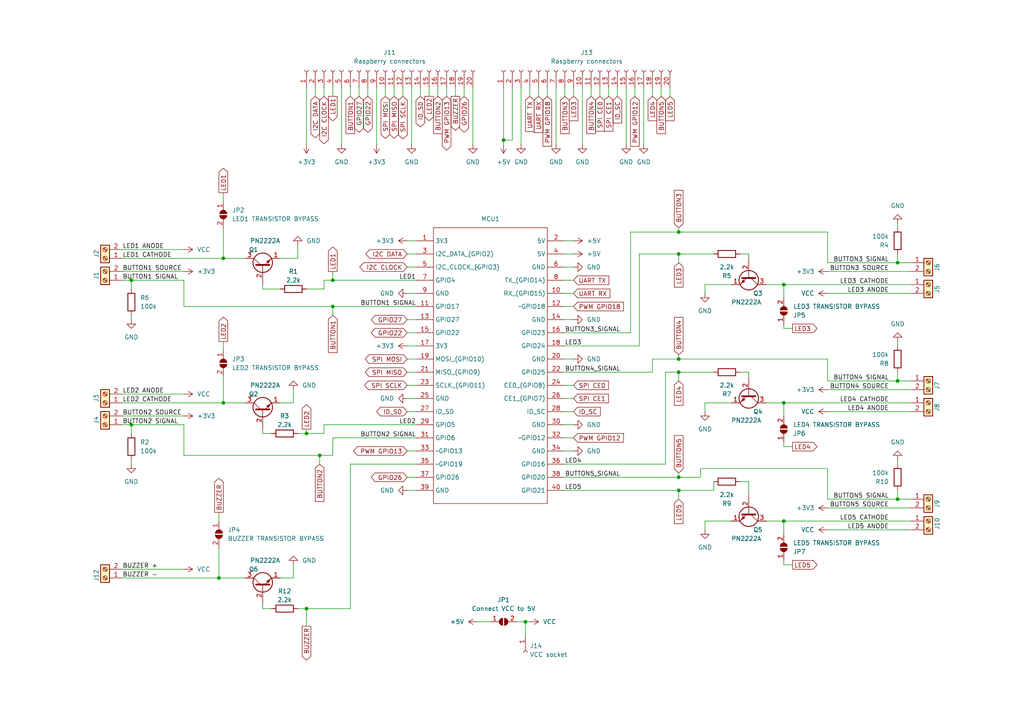
<source format=kicad_sch>
(kicad_sch (version 20230121) (generator eeschema)
  (paper "A4")
  (title_block (title "Game table") (rev "V0.1") (company "Piri piri b.v."))
  (lib_symbols
    (symbol "Connector:Conn_01x01_Socket" (pin_names (offset 1.016) hide)
      (property "Reference" "J" (at 0 2.54 0))
      (property "Value" "Conn_01x01_Socket" (at 0 -2.54 0))
      (symbol "Conn_01x01_Socket_1_1"
        (polyline (pts (xy -1.27 0) (xy -0.508 0)) (stroke (width 0.1524)))
        (arc (start 0 0.508) (mid -0.5058 0) (end 0 -0.508) (stroke (width 0.1524)))
        (pin passive line (at -5.08 0 0) (length 3.81) (name "Pin_1") (number "1"))
      )
    )
    (symbol "Connector:Conn_01x20_Socket" (pin_names (offset 1.016) hide)
      (property "Reference" "J" (at 0 25.4 0))
      (property "Value" "Conn_01x20_Socket" (at 0 -27.94 0))
      (symbol "Conn_01x20_Socket_1_1"
        (arc (start 0 -24.892) (mid -0.5058 -25.4) (end 0 -25.908) (stroke (width 0.1524)))
        (arc (start 0 -22.352) (mid -0.5058 -22.86) (end 0 -23.368) (stroke (width 0.1524)))
        (arc (start 0 -19.812) (mid -0.5058 -20.32) (end 0 -20.828) (stroke (width 0.1524)))
        (arc (start 0 -17.272) (mid -0.5058 -17.78) (end 0 -18.288) (stroke (width 0.1524)))
        (arc (start 0 -14.732) (mid -0.5058 -15.24) (end 0 -15.748) (stroke (width 0.1524)))
        (arc (start 0 -12.192) (mid -0.5058 -12.7) (end 0 -13.208) (stroke (width 0.1524)))
        (arc (start 0 -9.652) (mid -0.5058 -10.16) (end 0 -10.668) (stroke (width 0.1524)))
        (arc (start 0 -7.112) (mid -0.5058 -7.62) (end 0 -8.128) (stroke (width 0.1524)))
        (arc (start 0 -4.572) (mid -0.5058 -5.08) (end 0 -5.588) (stroke (width 0.1524)))
        (arc (start 0 -2.032) (mid -0.5058 -2.54) (end 0 -3.048) (stroke (width 0.1524)))
        (polyline (pts (xy -1.27 -25.4) (xy -0.508 -25.4)) (stroke (width 0.1524)))
        (polyline (pts (xy -1.27 -22.86) (xy -0.508 -22.86)) (stroke (width 0.1524)))
        (polyline (pts (xy -1.27 -20.32) (xy -0.508 -20.32)) (stroke (width 0.1524)))
        (polyline (pts (xy -1.27 -17.78) (xy -0.508 -17.78)) (stroke (width 0.1524)))
        (polyline (pts (xy -1.27 -15.24) (xy -0.508 -15.24)) (stroke (width 0.1524)))
        (polyline (pts (xy -1.27 -12.7) (xy -0.508 -12.7)) (stroke (width 0.1524)))
        (polyline (pts (xy -1.27 -10.16) (xy -0.508 -10.16)) (stroke (width 0.1524)))
        (polyline (pts (xy -1.27 -7.62) (xy -0.508 -7.62)) (stroke (width 0.1524)))
        (polyline (pts (xy -1.27 -5.08) (xy -0.508 -5.08)) (stroke (width 0.1524)))
        (polyline (pts (xy -1.27 -2.54) (xy -0.508 -2.54)) (stroke (width 0.1524)))
        (polyline (pts (xy -1.27 0) (xy -0.508 0)) (stroke (width 0.1524)))
        (polyline (pts (xy -1.27 2.54) (xy -0.508 2.54)) (stroke (width 0.1524)))
        (polyline (pts (xy -1.27 5.08) (xy -0.508 5.08)) (stroke (width 0.1524)))
        (polyline (pts (xy -1.27 7.62) (xy -0.508 7.62)) (stroke (width 0.1524)))
        (polyline (pts (xy -1.27 10.16) (xy -0.508 10.16)) (stroke (width 0.1524)))
        (polyline (pts (xy -1.27 12.7) (xy -0.508 12.7)) (stroke (width 0.1524)))
        (polyline (pts (xy -1.27 15.24) (xy -0.508 15.24)) (stroke (width 0.1524)))
        (polyline (pts (xy -1.27 17.78) (xy -0.508 17.78)) (stroke (width 0.1524)))
        (polyline (pts (xy -1.27 20.32) (xy -0.508 20.32)) (stroke (width 0.1524)))
        (polyline (pts (xy -1.27 22.86) (xy -0.508 22.86)) (stroke (width 0.1524)))
        (arc (start 0 0.508) (mid -0.5058 0) (end 0 -0.508) (stroke (width 0.1524)))
        (arc (start 0 3.048) (mid -0.5058 2.54) (end 0 2.032) (stroke (width 0.1524)))
        (arc (start 0 5.588) (mid -0.5058 5.08) (end 0 4.572) (stroke (width 0.1524)))
        (arc (start 0 8.128) (mid -0.5058 7.62) (end 0 7.112) (stroke (width 0.1524)))
        (arc (start 0 10.668) (mid -0.5058 10.16) (end 0 9.652) (stroke (width 0.1524)))
        (arc (start 0 13.208) (mid -0.5058 12.7) (end 0 12.192) (stroke (width 0.1524)))
        (arc (start 0 15.748) (mid -0.5058 15.24) (end 0 14.732) (stroke (width 0.1524)))
        (arc (start 0 18.288) (mid -0.5058 17.78) (end 0 17.272) (stroke (width 0.1524)))
        (arc (start 0 20.828) (mid -0.5058 20.32) (end 0 19.812) (stroke (width 0.1524)))
        (arc (start 0 23.368) (mid -0.5058 22.86) (end 0 22.352) (stroke (width 0.1524)))
        (pin passive line (at -5.08 22.86 0) (length 3.81) (name "Pin_1") (number "1"))
        (pin passive line (at -5.08 0 0) (length 3.81) (name "Pin_10") (number "10"))
        (pin passive line (at -5.08 -2.54 0) (length 3.81) (name "Pin_11") (number "11"))
        (pin passive line (at -5.08 -5.08 0) (length 3.81) (name "Pin_12") (number "12"))
        (pin passive line (at -5.08 -7.62 0) (length 3.81) (name "Pin_13") (number "13"))
        (pin passive line (at -5.08 -10.16 0) (length 3.81) (name "Pin_14") (number "14"))
        (pin passive line (at -5.08 -12.7 0) (length 3.81) (name "Pin_15") (number "15"))
        (pin passive line (at -5.08 -15.24 0) (length 3.81) (name "Pin_16") (number "16"))
        (pin passive line (at -5.08 -17.78 0) (length 3.81) (name "Pin_17") (number "17"))
        (pin passive line (at -5.08 -20.32 0) (length 3.81) (name "Pin_18") (number "18"))
        (pin passive line (at -5.08 -22.86 0) (length 3.81) (name "Pin_19") (number "19"))
        (pin passive line (at -5.08 20.32 0) (length 3.81) (name "Pin_2") (number "2"))
        (pin passive line (at -5.08 -25.4 0) (length 3.81) (name "Pin_20") (number "20"))
        (pin passive line (at -5.08 17.78 0) (length 3.81) (name "Pin_3") (number "3"))
        (pin passive line (at -5.08 15.24 0) (length 3.81) (name "Pin_4") (number "4"))
        (pin passive line (at -5.08 12.7 0) (length 3.81) (name "Pin_5") (number "5"))
        (pin passive line (at -5.08 10.16 0) (length 3.81) (name "Pin_6") (number "6"))
        (pin passive line (at -5.08 7.62 0) (length 3.81) (name "Pin_7") (number "7"))
        (pin passive line (at -5.08 5.08 0) (length 3.81) (name "Pin_8") (number "8"))
        (pin passive line (at -5.08 2.54 0) (length 3.81) (name "Pin_9") (number "9"))
      )
    )
    (symbol "Connector:Screw_Terminal_01x02" (pin_names (offset 1.016) hide)
      (property "Reference" "J" (at 0 2.54 0))
      (property "Value" "Screw_Terminal_01x02" (at 0 -5.08 0))
      (symbol "Screw_Terminal_01x02_1_1"
        (rectangle (start -1.27 1.27) (end 1.27 -3.81) (stroke (width 0.254)) (fill (type background)))
        (circle (center 0 -2.54) (radius 0.635) (stroke (width 0.1524)))
        (polyline (pts (xy -0.5334 -2.2098) (xy 0.3302 -3.048)) (stroke (width 0.1524)))
        (polyline (pts (xy -0.5334 0.3302) (xy 0.3302 -0.508)) (stroke (width 0.1524)))
        (polyline (pts (xy -0.3556 -2.032) (xy 0.508 -2.8702)) (stroke (width 0.1524)))
        (polyline (pts (xy -0.3556 0.508) (xy 0.508 -0.3302)) (stroke (width 0.1524)))
        (circle (center 0 0) (radius 0.635) (stroke (width 0.1524)))
        (pin passive line (at -5.08 0 0) (length 3.81) (name "Pin_1") (number "1"))
        (pin passive line (at -5.08 -2.54 0) (length 3.81) (name "Pin_2") (number "2"))
      )
    )
    (symbol "Device:R" (pin_numbers hide) (pin_names (offset 0))
      (property "Reference" "R" (at 2.032 0 90))
      (property "Value" "R" (at 0 0 90))
      (symbol "R_0_1"
        (rectangle (start -1.016 -2.54) (end 1.016 2.54) (stroke (width 0.254)))
      )
      (symbol "R_1_1"
        (pin passive line (at 0 3.81 270) (length 1.27) (name "~") (number "1"))
        (pin passive line (at 0 -3.81 90) (length 1.27) (name "~") (number "2"))
      )
    )
    (symbol "Jumper:SolderJumper_2_Open" (pin_names (offset 0) hide)
      (property "Reference" "JP" (at 0 2.032 0))
      (property "Value" "SolderJumper_2_Open" (at 0 -2.54 0))
      (symbol "SolderJumper_2_Open_0_1"
        (arc (start -0.254 1.016) (mid -1.2656 0) (end -0.254 -1.016))
        (arc (start -0.254 1.016) (mid -1.2656 0) (end -0.254 -1.016) (fill (type outline)))
        (polyline (pts (xy -0.254 1.016) (xy -0.254 -1.016)))
        (polyline (pts (xy 0.254 1.016) (xy 0.254 -1.016)))
        (arc (start 0.254 -1.016) (mid 1.2656 0) (end 0.254 1.016))
        (arc (start 0.254 -1.016) (mid 1.2656 0) (end 0.254 1.016) (fill (type outline)))
      )
      (symbol "SolderJumper_2_Open_1_1"
        (pin passive line (at -3.81 0 0) (length 2.54) (name "A") (number "1"))
        (pin passive line (at 3.81 0 180) (length 2.54) (name "B") (number "2"))
      )
    )
    (symbol "Transistor_BJT:PN2222A" (pin_names (offset 0) hide)
      (property "Reference" "Q" (at 5.08 1.905 0))
      (property "Value" "PN2222A" (at 5.08 0 0))
      (symbol "PN2222A_0_1"
        (polyline (pts (xy 0 0) (xy 0.635 0)))
        (polyline (pts (xy 2.54 -2.54) (xy 0.635 -0.635)))
        (polyline (pts (xy 2.54 2.54) (xy 0.635 0.635)))
        (polyline (pts (xy 0.635 1.905) (xy 0.635 -1.905) (xy 0.635 -1.905)) (stroke (width 0.508)))
        (polyline (pts (xy 2.413 -2.413) (xy 1.905 -1.905) (xy 1.905 -1.905)))
        (polyline (pts (xy 1.143 -1.651) (xy 1.651 -1.143) (xy 2.159 -2.159) (xy 1.143 -1.651) (xy 1.143 -1.651)) (fill (type outline)))
        (circle (center 1.27 0) (radius 2.8194) (stroke (width 0.254)))
      )
      (symbol "PN2222A_1_1"
        (pin passive line (at 2.54 -5.08 90) (length 2.54) (name "E") (number "1"))
        (pin input line (at -5.08 0 0) (length 5.08) (name "B") (number "2"))
        (pin passive line (at 2.54 5.08 270) (length 2.54) (name "C") (number "3"))
      )
    )
    (symbol "biertafel:Raspberry_PI_Zero_W"
      (property "Reference" "MCU" (at 0 0 0))
      (symbol "Raspberry_PI_Zero_W_0_1"
        (rectangle (start -16.51 35.56) (end 16.51 -44.45))
      )
      (symbol "Raspberry_PI_Zero_W_1_1"
        (pin power_out line (at -21.59 31.75 0) (length 5.08) (name "3V3") (number "1"))
        (pin bidirectional line (at 21.59 16.51 180) (length 5.08) (name "RX_(GPIO15)") (number "10"))
        (pin bidirectional line (at -21.59 12.7 0) (length 5.08) (name "GPIO17") (number "11"))
        (pin bidirectional line (at 21.59 12.7 180) (length 5.08) (name "~GPIO18") (number "12"))
        (pin bidirectional line (at -21.59 8.89 0) (length 5.08) (name "GPIO27") (number "13"))
        (pin power_out line (at 21.59 8.89 180) (length 5.08) (name "GND") (number "14"))
        (pin bidirectional line (at -21.59 5.08 0) (length 5.08) (name "GPIO22") (number "15"))
        (pin bidirectional line (at 21.59 5.08 180) (length 5.08) (name "GPIO23") (number "16"))
        (pin power_out line (at -21.59 1.27 0) (length 5.08) (name "3V3") (number "17"))
        (pin bidirectional line (at 21.59 1.27 180) (length 5.08) (name "GPIO24") (number "18"))
        (pin bidirectional line (at -21.59 -2.54 0) (length 5.08) (name "MOSI_(GPIO10)") (number "19"))
        (pin power_out line (at 21.59 31.75 180) (length 5.08) (name "5V") (number "2"))
        (pin power_out line (at 21.59 -2.54 180) (length 5.08) (name "GND") (number "20"))
        (pin bidirectional line (at -21.59 -6.35 0) (length 5.08) (name "MISO_(GPIO9)") (number "21"))
        (pin bidirectional line (at 21.59 -6.35 180) (length 5.08) (name "GPIO25") (number "22"))
        (pin bidirectional line (at -21.59 -10.16 0) (length 5.08) (name "SCLK_(GPIO11)") (number "23"))
        (pin bidirectional line (at 21.59 -10.16 180) (length 5.08) (name "CE0_(GPIO8)") (number "24"))
        (pin power_out line (at -21.59 -13.97 0) (length 5.08) (name "GND") (number "25"))
        (pin bidirectional line (at 21.59 -13.97 180) (length 5.08) (name "CE1_(GPIO7)") (number "26"))
        (pin bidirectional line (at -21.59 -17.78 0) (length 5.08) (name "ID_SD") (number "27"))
        (pin bidirectional line (at 21.59 -17.78 180) (length 5.08) (name "ID_SC") (number "28"))
        (pin bidirectional line (at -21.59 -21.59 0) (length 5.08) (name "GPIO5") (number "29"))
        (pin bidirectional line (at -21.59 27.94 0) (length 5.08) (name "I2C_DATA_(GPIO2)") (number "3"))
        (pin power_out line (at 21.59 -21.59 180) (length 5.08) (name "GND") (number "30"))
        (pin bidirectional line (at -21.59 -25.4 0) (length 5.08) (name "GPIO6") (number "31"))
        (pin bidirectional line (at 21.59 -25.4 180) (length 5.08) (name "~GPIO12") (number "32"))
        (pin bidirectional line (at -21.59 -29.21 0) (length 5.08) (name "~GPIO13") (number "33"))
        (pin power_out line (at 21.59 -29.21 180) (length 5.08) (name "GND") (number "34"))
        (pin bidirectional line (at -21.59 -33.02 0) (length 5.08) (name "~GPIO19") (number "35"))
        (pin bidirectional line (at 21.59 -33.02 180) (length 5.08) (name "GPIO16") (number "36"))
        (pin bidirectional line (at -21.59 -36.83 0) (length 5.08) (name "GPIO26") (number "37"))
        (pin bidirectional line (at 21.59 -36.83 180) (length 5.08) (name "GPIO20") (number "38"))
        (pin power_out line (at -21.59 -40.64 0) (length 5.08) (name "GND") (number "39"))
        (pin power_out line (at 21.59 27.94 180) (length 5.08) (name "5V") (number "4"))
        (pin bidirectional line (at 21.59 -40.64 180) (length 5.08) (name "GPIO21") (number "40"))
        (pin bidirectional line (at -21.59 24.13 0) (length 5.08) (name "I2C_CLOCK_(GPIO3)") (number "5"))
        (pin power_out line (at 21.59 24.13 180) (length 5.08) (name "GND") (number "6"))
        (pin bidirectional line (at -21.59 20.32 0) (length 5.08) (name "GPIO4") (number "7"))
        (pin bidirectional line (at 21.59 20.32 180) (length 5.08) (name "TX_(GPIO14)") (number "8"))
        (pin power_out line (at -21.59 16.51 0) (length 5.08) (name "GND") (number "9"))
      )
    )
    (symbol "power:+3V3" (power) (pin_names (offset 0))
      (property "Value" "+3V3" (at 0 3.556 0))
      (symbol "+3V3_0_1"
        (polyline (pts (xy -0.762 1.27) (xy 0 2.54)))
        (polyline (pts (xy 0 0) (xy 0 2.54)))
        (polyline (pts (xy 0 2.54) (xy 0.762 1.27)))
      )
      (symbol "+3V3_1_1"
        (pin power_in line (at 0 0 90) (length 0) hide (name "+3V3") (number "1"))
      )
    )
    (symbol "power:+5V" (power) (pin_names (offset 0))
      (property "Value" "+5V" (at 0 3.556 0))
      (symbol "+5V_0_1"
        (polyline (pts (xy -0.762 1.27) (xy 0 2.54)))
        (polyline (pts (xy 0 0) (xy 0 2.54)))
        (polyline (pts (xy 0 2.54) (xy 0.762 1.27)))
      )
      (symbol "+5V_1_1"
        (pin power_in line (at 0 0 90) (length 0) hide (name "+5V") (number "1"))
      )
    )
    (symbol "power:GND" (power) (pin_names (offset 0))
      (property "Value" "GND" (at 0 -3.81 0))
      (symbol "GND_0_1"
        (polyline (pts (xy 0 0) (xy 0 -1.27) (xy 1.27 -1.27) (xy 0 -2.54) (xy -1.27 -1.27) (xy 0 -1.27)))
      )
      (symbol "GND_1_1"
        (pin power_in line (at 0 0 270) (length 0) hide (name "GND") (number "1"))
      )
    )
    (symbol "power:VCC" (power) (pin_names (offset 0))
      (property "Value" "VCC" (at 0 3.81 0))
      (symbol "VCC_0_1"
        (polyline (pts (xy -0.762 1.27) (xy 0 2.54)))
        (polyline (pts (xy 0 0) (xy 0 2.54)))
        (polyline (pts (xy 0 2.54) (xy 0.762 1.27)))
      )
      (symbol "VCC_1_1"
        (pin power_in line (at 0 0 90) (length 0) hide (name "VCC") (number "1"))
      )
    )
  )
  (junction (at 38.1 123.19))
  (junction (at 96.52 88.9))
  (junction (at 227.33 116.84))
  (junction (at 38.1 81.28))
  (junction (at 227.33 151.13))
  (junction (at 196.85 138.43))
  (junction (at 196.85 73.66))
  (junction (at 88.9 125.73))
  (junction (at 64.77 74.93))
  (junction (at 196.85 107.95))
  (junction (at 260.35 110.49))
  (junction (at 146.05 40.64))
  (junction (at 260.35 76.2))
  (junction (at 227.33 82.55))
  (junction (at 64.77 116.84))
  (junction (at 196.85 67.31))
  (junction (at 196.85 104.14))
  (junction (at 260.35 144.78))
  (junction (at 152.4 180.34))
  (junction (at 92.71 132.08))
  (junction (at 88.9 176.53))
  (junction (at 196.85 142.24))
  (junction (at 63.5 167.64))
  (junction (at 96.52 81.28))
  (wire (pts (xy 184.15 25.4) (xy 184.15 27.94)))
  (wire (pts (xy 260.35 110.49) (xy 260.35 107.95)))
  (wire (pts (xy 227.33 95.25) (xy 229.87 95.25)))
  (wire (pts (xy 204.47 151.13) (xy 204.47 153.67)))
  (wire (pts (xy 64.77 116.84) (xy 71.12 116.84)))
  (wire (pts (xy 240.03 110.49) (xy 260.35 110.49)))
  (wire (pts (xy 196.85 142.24) (xy 196.85 144.78)))
  (wire (pts (xy 76.2 125.73) (xy 78.74 125.73)))
  (wire (pts (xy 148.59 25.4) (xy 148.59 40.64)))
  (wire (pts (xy 179.07 25.4) (xy 179.07 27.94)))
  (wire (pts (xy 185.42 73.66) (xy 196.85 73.66)))
  (wire (pts (xy 196.85 107.95) (xy 196.85 110.49)))
  (wire (pts (xy 260.35 134.62) (xy 260.35 133.35)))
  (wire (pts (xy 81.28 116.84) (xy 85.09 116.84)))
  (wire (pts (xy 35.56 81.28) (xy 38.1 81.28)))
  (wire (pts (xy 124.46 25.4) (xy 124.46 27.94)))
  (wire (pts (xy 119.38 25.4) (xy 119.38 41.91)))
  (wire (pts (xy 264.16 78.74) (xy 240.03 78.74)))
  (wire (pts (xy 260.35 66.04) (xy 260.35 64.77)))
  (wire (pts (xy 196.85 66.04) (xy 196.85 67.31)))
  (wire (pts (xy 217.17 139.7) (xy 217.17 143.51)))
  (wire (pts (xy 88.9 176.53) (xy 86.36 176.53)))
  (wire (pts (xy 63.5 158.75) (xy 63.5 167.64)))
  (wire (pts (xy 118.11 104.14) (xy 120.65 104.14)))
  (wire (pts (xy 163.83 142.24) (xy 196.85 142.24)))
  (wire (pts (xy 173.99 25.4) (xy 173.99 27.94)))
  (wire (pts (xy 260.35 100.33) (xy 260.35 99.06)))
  (wire (pts (xy 88.9 125.73) (xy 86.36 125.73)))
  (wire (pts (xy 121.92 25.4) (xy 121.92 27.94)))
  (wire (pts (xy 163.83 81.28) (xy 166.37 81.28)))
  (wire (pts (xy 181.61 25.4) (xy 181.61 41.91)))
  (wire (pts (xy 127 25.4) (xy 127 27.94)))
  (wire (pts (xy 196.85 73.66) (xy 196.85 76.2)))
  (wire (pts (xy 118.11 73.66) (xy 120.65 73.66)))
  (wire (pts (xy 227.33 116.84) (xy 264.16 116.84)))
  (wire (pts (xy 118.11 138.43) (xy 120.65 138.43)))
  (wire (pts (xy 222.25 151.13) (xy 227.33 151.13)))
  (wire (pts (xy 185.42 100.33) (xy 163.83 100.33)))
  (wire (pts (xy 35.56 167.64) (xy 63.5 167.64)))
  (wire (pts (xy 203.2 135.89) (xy 240.03 135.89)))
  (wire (pts (xy 163.83 130.81) (xy 166.37 130.81)))
  (wire (pts (xy 35.56 116.84) (xy 64.77 116.84)))
  (wire (pts (xy 217.17 73.66) (xy 214.63 73.66)))
  (wire (pts (xy 81.28 167.64) (xy 85.09 167.64)))
  (wire (pts (xy 227.33 95.25) (xy 227.33 93.98)))
  (wire (pts (xy 138.43 180.34) (xy 142.24 180.34)))
  (wire (pts (xy 53.34 81.28) (xy 53.34 88.9)))
  (wire (pts (xy 217.17 109.22) (xy 217.17 107.95)))
  (wire (pts (xy 64.77 109.22) (xy 64.77 116.84)))
  (wire (pts (xy 93.98 25.4) (xy 93.98 27.94)))
  (wire (pts (xy 96.52 78.74) (xy 96.52 81.28)))
  (wire (pts (xy 35.56 72.39) (xy 53.34 72.39)))
  (wire (pts (xy 156.21 25.4) (xy 156.21 27.94)))
  (wire (pts (xy 116.84 25.4) (xy 116.84 27.94)))
  (wire (pts (xy 189.23 25.4) (xy 189.23 27.94)))
  (wire (pts (xy 227.33 116.84) (xy 227.33 120.65)))
  (wire (pts (xy 163.83 123.19) (xy 166.37 123.19)))
  (wire (pts (xy 204.47 85.09) (xy 204.47 82.55)))
  (wire (pts (xy 118.11 77.47) (xy 120.65 77.47)))
  (wire (pts (xy 76.2 175.26) (xy 76.2 176.53)))
  (wire (pts (xy 152.4 180.34) (xy 153.67 180.34)))
  (wire (pts (xy 134.62 25.4) (xy 134.62 27.94)))
  (wire (pts (xy 163.83 25.4) (xy 163.83 27.94)))
  (wire (pts (xy 161.29 25.4) (xy 161.29 41.91)))
  (wire (pts (xy 227.33 82.55) (xy 264.16 82.55)))
  (wire (pts (xy 96.52 25.4) (xy 96.52 27.94)))
  (wire (pts (xy 85.09 167.64) (xy 85.09 163.83)))
  (wire (pts (xy 163.83 69.85) (xy 166.37 69.85)))
  (wire (pts (xy 227.33 163.83) (xy 229.87 163.83)))
  (wire (pts (xy 196.85 102.87) (xy 196.85 104.14)))
  (wire (pts (xy 53.34 88.9) (xy 96.52 88.9)))
  (wire (pts (xy 227.33 82.55) (xy 227.33 86.36)))
  (wire (pts (xy 204.47 116.84) (xy 212.09 116.84)))
  (wire (pts (xy 88.9 176.53) (xy 101.6 176.53)))
  (wire (pts (xy 38.1 123.19) (xy 53.34 123.19)))
  (wire (pts (xy 64.77 74.93) (xy 71.12 74.93)))
  (wire (pts (xy 152.4 180.34) (xy 152.4 184.15)))
  (wire (pts (xy 85.09 116.84) (xy 85.09 113.03)))
  (wire (pts (xy 35.56 165.1) (xy 53.34 165.1)))
  (wire (pts (xy 106.68 25.4) (xy 106.68 27.94)))
  (wire (pts (xy 196.85 138.43) (xy 203.2 138.43)))
  (wire (pts (xy 163.83 119.38) (xy 166.37 119.38)))
  (wire (pts (xy 168.91 25.4) (xy 168.91 41.91)))
  (wire (pts (xy 163.83 73.66) (xy 166.37 73.66)))
  (wire (pts (xy 35.56 120.65) (xy 53.34 120.65)))
  (wire (pts (xy 118.11 85.09) (xy 120.65 85.09)))
  (wire (pts (xy 76.2 124.46) (xy 76.2 125.73)))
  (wire (pts (xy 163.83 104.14) (xy 166.37 104.14)))
  (wire (pts (xy 166.37 25.4) (xy 166.37 27.94)))
  (wire (pts (xy 163.83 92.71) (xy 166.37 92.71)))
  (wire (pts (xy 240.03 144.78) (xy 260.35 144.78)))
  (wire (pts (xy 64.77 99.06) (xy 64.77 101.6)))
  (wire (pts (xy 146.05 41.91) (xy 146.05 40.64)))
  (wire (pts (xy 96.52 127) (xy 120.65 127)))
  (wire (pts (xy 38.1 133.35) (xy 38.1 134.62)))
  (wire (pts (xy 163.83 138.43) (xy 196.85 138.43)))
  (wire (pts (xy 81.28 83.82) (xy 76.2 83.82)))
  (wire (pts (xy 217.17 74.93) (xy 217.17 73.66)))
  (wire (pts (xy 191.77 25.4) (xy 191.77 27.94)))
  (wire (pts (xy 204.47 82.55) (xy 212.09 82.55)))
  (wire (pts (xy 88.9 124.46) (xy 88.9 125.73)))
  (wire (pts (xy 96.52 88.9) (xy 120.65 88.9)))
  (wire (pts (xy 204.47 119.38) (xy 204.47 116.84)))
  (wire (pts (xy 101.6 134.62) (xy 120.65 134.62)))
  (wire (pts (xy 96.52 127) (xy 96.52 132.08)))
  (wire (pts (xy 227.33 151.13) (xy 264.16 151.13)))
  (wire (pts (xy 99.06 25.4) (xy 99.06 41.91)))
  (wire (pts (xy 86.36 71.12) (xy 86.36 74.93)))
  (wire (pts (xy 38.1 91.44) (xy 38.1 92.71)))
  (wire (pts (xy 260.35 76.2) (xy 260.35 73.66)))
  (wire (pts (xy 182.88 96.52) (xy 163.83 96.52)))
  (wire (pts (xy 92.71 132.08) (xy 92.71 134.62)))
  (wire (pts (xy 171.45 25.4) (xy 171.45 27.94)))
  (wire (pts (xy 63.5 148.59) (xy 63.5 151.13)))
  (wire (pts (xy 118.11 130.81) (xy 120.65 130.81)))
  (wire (pts (xy 217.17 107.95) (xy 214.63 107.95)))
  (wire (pts (xy 91.44 25.4) (xy 91.44 27.94)))
  (wire (pts (xy 109.22 25.4) (xy 109.22 41.91)))
  (wire (pts (xy 203.2 138.43) (xy 203.2 135.89)))
  (wire (pts (xy 151.13 25.4) (xy 151.13 41.91)))
  (wire (pts (xy 88.9 176.53) (xy 88.9 181.61)))
  (wire (pts (xy 176.53 25.4) (xy 176.53 27.94)))
  (wire (pts (xy 93.98 83.82) (xy 93.98 81.28)))
  (wire (pts (xy 132.08 25.4) (xy 132.08 27.94)))
  (wire (pts (xy 114.3 25.4) (xy 114.3 27.94)))
  (wire (pts (xy 189.23 107.95) (xy 189.23 104.14)))
  (wire (pts (xy 146.05 40.64) (xy 148.59 40.64)))
  (wire (pts (xy 118.11 111.76) (xy 120.65 111.76)))
  (wire (pts (xy 182.88 67.31) (xy 182.88 96.52)))
  (wire (pts (xy 264.16 147.32) (xy 240.03 147.32)))
  (wire (pts (xy 118.11 107.95) (xy 120.65 107.95)))
  (wire (pts (xy 111.76 25.4) (xy 111.76 27.94)))
  (wire (pts (xy 185.42 73.66) (xy 185.42 100.33)))
  (wire (pts (xy 96.52 81.28) (xy 120.65 81.28)))
  (wire (pts (xy 207.01 142.24) (xy 207.01 139.7)))
  (wire (pts (xy 194.31 25.4) (xy 194.31 27.94)))
  (wire (pts (xy 129.54 25.4) (xy 129.54 27.94)))
  (wire (pts (xy 35.56 114.3) (xy 53.34 114.3)))
  (wire (pts (xy 118.11 115.57) (xy 120.65 115.57)))
  (wire (pts (xy 163.83 127) (xy 166.37 127)))
  (wire (pts (xy 163.83 115.57) (xy 166.37 115.57)))
  (wire (pts (xy 196.85 107.95) (xy 207.01 107.95)))
  (wire (pts (xy 240.03 76.2) (xy 260.35 76.2)))
  (wire (pts (xy 88.9 83.82) (xy 93.98 83.82)))
  (wire (pts (xy 88.9 25.4) (xy 88.9 41.91)))
  (wire (pts (xy 81.28 74.93) (xy 86.36 74.93)))
  (wire (pts (xy 76.2 176.53) (xy 78.74 176.53)))
  (wire (pts (xy 92.71 132.08) (xy 96.52 132.08)))
  (wire (pts (xy 101.6 134.62) (xy 101.6 176.53)))
  (wire (pts (xy 227.33 129.54) (xy 229.87 129.54)))
  (wire (pts (xy 217.17 139.7) (xy 214.63 139.7)))
  (wire (pts (xy 96.52 88.9) (xy 96.52 91.44)))
  (wire (pts (xy 149.86 180.34) (xy 152.4 180.34)))
  (wire (pts (xy 93.98 125.73) (xy 93.98 123.19)))
  (wire (pts (xy 118.11 69.85) (xy 120.65 69.85)))
  (wire (pts (xy 186.69 25.4) (xy 186.69 41.91)))
  (wire (pts (xy 163.83 134.62) (xy 193.04 134.62)))
  (wire (pts (xy 104.14 25.4) (xy 104.14 27.94)))
  (wire (pts (xy 163.83 107.95) (xy 189.23 107.95)))
  (wire (pts (xy 137.16 25.4) (xy 137.16 41.91)))
  (wire (pts (xy 227.33 151.13) (xy 227.33 154.94)))
  (wire (pts (xy 222.25 82.55) (xy 227.33 82.55)))
  (wire (pts (xy 118.11 96.52) (xy 120.65 96.52)))
  (wire (pts (xy 264.16 144.78) (xy 260.35 144.78)))
  (wire (pts (xy 264.16 113.03) (xy 240.03 113.03)))
  (wire (pts (xy 207.01 73.66) (xy 196.85 73.66)))
  (wire (pts (xy 260.35 144.78) (xy 260.35 142.24)))
  (wire (pts (xy 38.1 81.28) (xy 53.34 81.28)))
  (wire (pts (xy 93.98 81.28) (xy 96.52 81.28)))
  (wire (pts (xy 264.16 153.67) (xy 240.03 153.67)))
  (wire (pts (xy 101.6 25.4) (xy 101.6 27.94)))
  (wire (pts (xy 193.04 107.95) (xy 196.85 107.95)))
  (wire (pts (xy 193.04 107.95) (xy 193.04 134.62)))
  (wire (pts (xy 264.16 76.2) (xy 260.35 76.2)))
  (wire (pts (xy 93.98 123.19) (xy 120.65 123.19)))
  (wire (pts (xy 196.85 67.31) (xy 240.03 67.31)))
  (wire (pts (xy 240.03 104.14) (xy 240.03 110.49)))
  (wire (pts (xy 163.83 85.09) (xy 166.37 85.09)))
  (wire (pts (xy 35.56 74.93) (xy 64.77 74.93)))
  (wire (pts (xy 196.85 137.16) (xy 196.85 138.43)))
  (wire (pts (xy 204.47 151.13) (xy 212.09 151.13)))
  (wire (pts (xy 64.77 66.04) (xy 64.77 74.93)))
  (wire (pts (xy 222.25 116.84) (xy 227.33 116.84)))
  (wire (pts (xy 158.75 25.4) (xy 158.75 27.94)))
  (wire (pts (xy 189.23 104.14) (xy 196.85 104.14)))
  (wire (pts (xy 196.85 104.14) (xy 240.03 104.14)))
  (wire (pts (xy 38.1 81.28) (xy 38.1 83.82)))
  (wire (pts (xy 118.11 119.38) (xy 120.65 119.38)))
  (wire (pts (xy 227.33 163.83) (xy 227.33 162.56)))
  (wire (pts (xy 35.56 123.19) (xy 38.1 123.19)))
  (wire (pts (xy 163.83 77.47) (xy 166.37 77.47)))
  (wire (pts (xy 240.03 76.2) (xy 240.03 67.31)))
  (wire (pts (xy 182.88 67.31) (xy 196.85 67.31)))
  (wire (pts (xy 227.33 129.54) (xy 227.33 128.27)))
  (wire (pts (xy 35.56 78.74) (xy 53.34 78.74)))
  (wire (pts (xy 163.83 111.76) (xy 166.37 111.76)))
  (wire (pts (xy 163.83 88.9) (xy 166.37 88.9)))
  (wire (pts (xy 196.85 142.24) (xy 207.01 142.24)))
  (wire (pts (xy 118.11 142.24) (xy 120.65 142.24)))
  (wire (pts (xy 63.5 167.64) (xy 71.12 167.64)))
  (wire (pts (xy 153.67 25.4) (xy 153.67 27.94)))
  (wire (pts (xy 76.2 83.82) (xy 76.2 82.55)))
  (wire (pts (xy 53.34 132.08) (xy 92.71 132.08)))
  (wire (pts (xy 64.77 55.88) (xy 64.77 58.42)))
  (wire (pts (xy 240.03 135.89) (xy 240.03 144.78)))
  (wire (pts (xy 264.16 119.38) (xy 240.03 119.38)))
  (wire (pts (xy 146.05 25.4) (xy 146.05 40.64)))
  (wire (pts (xy 264.16 110.49) (xy 260.35 110.49)))
  (wire (pts (xy 118.11 92.71) (xy 120.65 92.71)))
  (wire (pts (xy 88.9 125.73) (xy 93.98 125.73)))
  (wire (pts (xy 53.34 123.19) (xy 53.34 132.08)))
  (wire (pts (xy 264.16 85.09) (xy 240.03 85.09)))
  (wire (pts (xy 118.11 100.33) (xy 120.65 100.33)))
  (wire (pts (xy 38.1 123.19) (xy 38.1 125.73)))
  (label "BUTTON1 SIGNAL" (at 35.56 81.28 0))
  (label "LED1 ANODE" (at 35.56 72.39 0))
  (label "LED5 CATHODE" (at 257.81 151.13 180))
  (label "LED3 ANODE" (at 257.81 85.09 180))
  (label "BUTTON3 SIGNAL" (at 257.81 76.2 180))
  (label "LED1 CATHODE" (at 35.56 74.93 0))
  (label "BUTTON2 SOURCE" (at 35.56 120.65 0))
  (label "BUZZER -" (at 35.56 167.64 0))
  (label "LED1" (at 120.65 81.28 180))
  (label "LED2" (at 120.65 123.19 180))
  (label "LED4" (at 163.83 134.62 0))
  (label "LED3 CATHODE" (at 257.81 82.55 180))
  (label "BUTTON3 SOURCE" (at 257.81 78.74 180))
  (label "LED5 ANODE" (at 257.81 153.67 180))
  (label "BUTTON5 SIGNAL" (at 257.81 144.78 180))
  (label "LED2 ANODE" (at 35.56 114.3 0))
  (label "BUTTON5_SIGNAL" (at 163.83 138.43 0))
  (label "BUTTON1 SIGNAL" (at 120.65 88.9 180))
  (label "BUTTON5 SOURCE" (at 257.81 147.32 180))
  (label "BUTTON4 SOURCE" (at 257.81 113.03 180))
  (label "BUTTON4_SIGNAL" (at 163.83 107.95 0))
  (label "BUTTON1 SOURCE" (at 35.56 78.74 0))
  (label "BUTTON2 SIGNAL" (at 35.56 123.19 0))
  (label "LED2 CATHODE" (at 35.56 116.84 0))
  (label "BUZZER +" (at 35.56 165.1 0))
  (label "LED5" (at 163.83 142.24 0))
  (label "LED4 ANODE" (at 257.81 119.38 180))
  (label "LED3" (at 163.83 100.33 0))
  (label "BUTTON4 SIGNAL" (at 257.81 110.49 180))
  (label "LED4 CATHODE" (at 257.81 116.84 180))
  (label "BUTTON2 SIGNAL" (at 120.65 127 180))
  (label "BUTTON3_SIGNAL" (at 163.83 96.52 0))
  (global_label "ID_SD" (shape bidirectional) (at 121.92 27.94 270) (property "Intersheetrefs" "${INTERSHEET_REFS}" (effects hide)))
  (global_label "PWM GPIO13" (shape bidirectional) (at 129.54 27.94 270) (property "Intersheetrefs" "${INTERSHEET_REFS}" (effects hide)))
  (global_label "SPI CE0" (shape input) (at 173.99 27.94 270) (property "Intersheetrefs" "${INTERSHEET_REFS}" (effects hide)))
  (global_label "UART TX" (shape input) (at 153.67 27.94 270) (property "Intersheetrefs" "${INTERSHEET_REFS}" (effects hide)))
  (global_label "SPI MISO" (shape bidirectional) (at 114.3 27.94 270) (property "Intersheetrefs" "${INTERSHEET_REFS}" (effects hide)))
  (global_label "BUTTON1" (shape input) (at 96.52 91.44 270) (property "Intersheetrefs" "${INTERSHEET_REFS}" (effects hide)))
  (global_label "SPI MOSI" (shape bidirectional) (at 111.76 27.94 270) (property "Intersheetrefs" "${INTERSHEET_REFS}" (effects hide)))
  (global_label "LED1" (shape output) (at 96.52 27.94 270) (property "Intersheetrefs" "${INTERSHEET_REFS}" (effects hide)))
  (global_label "LED4" (shape output) (at 229.87 129.54 0) (property "Intersheetrefs" "${INTERSHEET_REFS}" (effects hide)))
  (global_label "SPI CE0" (shape input) (at 166.37 111.76 0) (property "Intersheetrefs" "${INTERSHEET_REFS}" (effects hide)))
  (global_label "GPIO22" (shape bidirectional) (at 106.68 27.94 270) (property "Intersheetrefs" "${INTERSHEET_REFS}" (effects hide)))
  (global_label "GPIO26" (shape bidirectional) (at 134.62 27.94 270) (property "Intersheetrefs" "${INTERSHEET_REFS}" (effects hide)))
  (global_label "PWM GPIO18" (shape input) (at 158.75 27.94 270) (property "Intersheetrefs" "${INTERSHEET_REFS}" (effects hide)))
  (global_label "GPIO26" (shape bidirectional) (at 118.11 138.43 180) (property "Intersheetrefs" "${INTERSHEET_REFS}" (effects hide)))
  (global_label "I2C DATA" (shape bidirectional) (at 118.11 73.66 180) (property "Intersheetrefs" "${INTERSHEET_REFS}" (effects hide)))
  (global_label "BUZZER" (shape output) (at 132.08 27.94 270) (property "Intersheetrefs" "${INTERSHEET_REFS}" (effects hide)))
  (global_label "LED1" (shape output) (at 96.52 78.74 90) (property "Intersheetrefs" "${INTERSHEET_REFS}" (effects hide)))
  (global_label "LED5" (shape input) (at 194.31 27.94 270) (property "Intersheetrefs" "${INTERSHEET_REFS}" (effects hide)))
  (global_label "BUTTON2" (shape input) (at 127 27.94 270) (property "Intersheetrefs" "${INTERSHEET_REFS}" (effects hide)))
  (global_label "PWM GPIO18" (shape input) (at 166.37 88.9 0) (property "Intersheetrefs" "${INTERSHEET_REFS}" (effects hide)))
  (global_label "SPI CE1" (shape input) (at 176.53 27.94 270) (property "Intersheetrefs" "${INTERSHEET_REFS}" (effects hide)))
  (global_label "PWM GPIO12" (shape input) (at 166.37 127 0) (property "Intersheetrefs" "${INTERSHEET_REFS}" (effects hide)))
  (global_label "BUZZER" (shape output) (at 88.9 181.61 270) (property "Intersheetrefs" "${INTERSHEET_REFS}" (effects hide)))
  (global_label "LED5" (shape output) (at 229.87 163.83 0) (property "Intersheetrefs" "${INTERSHEET_REFS}" (effects hide)))
  (global_label "LED3" (shape input) (at 166.37 27.94 270) (property "Intersheetrefs" "${INTERSHEET_REFS}" (effects hide)))
  (global_label "PWM GPIO13" (shape bidirectional) (at 118.11 130.81 180) (property "Intersheetrefs" "${INTERSHEET_REFS}" (effects hide)))
  (global_label "BUTTON3" (shape input) (at 196.85 66.04 90) (property "Intersheetrefs" "${INTERSHEET_REFS}" (effects hide)))
  (global_label "ID_SD" (shape bidirectional) (at 118.11 119.38 180) (property "Intersheetrefs" "${INTERSHEET_REFS}" (effects hide)))
  (global_label "SPI SCLK" (shape bidirectional) (at 118.11 111.76 180) (property "Intersheetrefs" "${INTERSHEET_REFS}" (effects hide)))
  (global_label "BUZZER" (shape output) (at 63.5 148.59 90) (property "Intersheetrefs" "${INTERSHEET_REFS}" (effects hide)))
  (global_label "SPI CE1" (shape input) (at 166.37 115.57 0) (property "Intersheetrefs" "${INTERSHEET_REFS}" (effects hide)))
  (global_label "SPI MOSI" (shape bidirectional) (at 118.11 104.14 180) (property "Intersheetrefs" "${INTERSHEET_REFS}" (effects hide)))
  (global_label "LED3" (shape input) (at 196.85 76.2 270) (property "Intersheetrefs" "${INTERSHEET_REFS}" (effects hide)))
  (global_label "LED2" (shape output) (at 124.46 27.94 270) (property "Intersheetrefs" "${INTERSHEET_REFS}" (effects hide)))
  (global_label "LED4" (shape input) (at 196.85 110.49 270) (property "Intersheetrefs" "${INTERSHEET_REFS}" (effects hide)))
  (global_label "BUTTON4" (shape input) (at 196.85 102.87 90) (property "Intersheetrefs" "${INTERSHEET_REFS}" (effects hide)))
  (global_label "BUTTON5" (shape input) (at 196.85 137.16 90) (property "Intersheetrefs" "${INTERSHEET_REFS}" (effects hide)))
  (global_label "UART RX" (shape input) (at 166.37 85.09 0) (property "Intersheetrefs" "${INTERSHEET_REFS}" (effects hide)))
  (global_label "BUTTON5" (shape input) (at 191.77 27.94 270) (property "Intersheetrefs" "${INTERSHEET_REFS}" (effects hide)))
  (global_label "LED2" (shape output) (at 64.77 99.06 90) (property "Intersheetrefs" "${INTERSHEET_REFS}" (effects hide)))
  (global_label "I2C CLOCK" (shape bidirectional) (at 118.11 77.47 180) (property "Intersheetrefs" "${INTERSHEET_REFS}" (effects hide)))
  (global_label "LED1" (shape output) (at 64.77 55.88 90) (property "Intersheetrefs" "${INTERSHEET_REFS}" (effects hide)))
  (global_label "UART RX" (shape input) (at 156.21 27.94 270) (property "Intersheetrefs" "${INTERSHEET_REFS}" (effects hide)))
  (global_label "UART TX" (shape input) (at 166.37 81.28 0) (property "Intersheetrefs" "${INTERSHEET_REFS}" (effects hide)))
  (global_label "ID_SC" (shape input) (at 179.07 27.94 270) (property "Intersheetrefs" "${INTERSHEET_REFS}" (effects hide)))
  (global_label "GPIO27" (shape bidirectional) (at 118.11 92.71 180) (property "Intersheetrefs" "${INTERSHEET_REFS}" (effects hide)))
  (global_label "I2C CLOCK" (shape bidirectional) (at 93.98 27.94 270) (property "Intersheetrefs" "${INTERSHEET_REFS}" (effects hide)))
  (global_label "BUTTON1" (shape input) (at 101.6 27.94 270) (property "Intersheetrefs" "${INTERSHEET_REFS}" (effects hide)))
  (global_label "LED3" (shape output) (at 229.87 95.25 0) (property "Intersheetrefs" "${INTERSHEET_REFS}" (effects hide)))
  (global_label "SPI SCLK" (shape bidirectional) (at 116.84 27.94 270) (property "Intersheetrefs" "${INTERSHEET_REFS}" (effects hide)))
  (global_label "BUTTON3" (shape input) (at 163.83 27.94 270) (property "Intersheetrefs" "${INTERSHEET_REFS}" (effects hide)))
  (global_label "GPIO22" (shape bidirectional) (at 118.11 96.52 180) (property "Intersheetrefs" "${INTERSHEET_REFS}" (effects hide)))
  (global_label "LED4" (shape input) (at 189.23 27.94 270) (property "Intersheetrefs" "${INTERSHEET_REFS}" (effects hide)))
  (global_label "PWM GPIO12" (shape input) (at 184.15 27.94 270) (property "Intersheetrefs" "${INTERSHEET_REFS}" (effects hide)))
  (global_label "BUTTON4" (shape input) (at 171.45 27.94 270) (property "Intersheetrefs" "${INTERSHEET_REFS}" (effects hide)))
  (global_label "BUTTON2" (shape input) (at 92.71 134.62 270) (property "Intersheetrefs" "${INTERSHEET_REFS}" (effects hide)))
  (global_label "LED2" (shape output) (at 88.9 124.46 90) (property "Intersheetrefs" "${INTERSHEET_REFS}" (effects hide)))
  (global_label "LED5" (shape input) (at 196.85 144.78 270) (property "Intersheetrefs" "${INTERSHEET_REFS}" (effects hide)))
  (global_label "ID_SC" (shape input) (at 166.37 119.38 0) (property "Intersheetrefs" "${INTERSHEET_REFS}" (effects hide)))
  (global_label "I2C DATA" (shape bidirectional) (at 91.44 27.94 270) (property "Intersheetrefs" "${INTERSHEET_REFS}" (effects hide)))
  (global_label "GPIO27" (shape bidirectional) (at 104.14 27.94 270) (property "Intersheetrefs" "${INTERSHEET_REFS}" (effects hide)))
  (global_label "SPI MISO" (shape bidirectional) (at 118.11 107.95 180) (property "Intersheetrefs" "${INTERSHEET_REFS}" (effects hide)))
  (symbol (lib_id "power:GND") (at 166.37 123.19 90) (unit 1)
    (property "Reference" "#PWR017" (effects hide))
    (property "Value" "GND" (at 170.18 123.19 90) (effects (justify right)))
  )
  (symbol (lib_id "Device:R") (at 38.1 129.54 180) (unit 1)
    (property "Reference" "R2" (at 40.64 128.27 0) (effects (justify right)))
    (property "Value" "100k" (at 40.64 130.81 0) (effects (justify right)))
    (property "Footprint" "Resistor_THT:R_Axial_DIN0207_L6.3mm_D2.5mm_P10.16mm_Horizontal" (effects hide))
  )
  (symbol (lib_id "Jumper:SolderJumper_2_Open") (at 227.33 158.75 90) (unit 1)
    (property "Reference" "JP7" (at 233.68 160.02 90) (effects (justify left)))
    (property "Value" "LED5 TRANSISTOR BYPASS" (at 255.27 157.48 90) (effects (justify left)))
    (property "Footprint" "Jumper:SolderJumper-2_P1.3mm_Open_RoundedPad1.0x1.5mm" (effects hide))
  )
  (symbol (lib_id "power:GND") (at 204.47 119.38 0) (unit 1)
    (property "Reference" "#PWR027" (effects hide))
    (property "Value" "GND" (at 204.47 124.46 0))
  )
  (symbol (lib_id "Transistor_BJT:PN2222A") (at 76.2 77.47 90) (unit 1)
    (property "Reference" "Q1" (at 74.93 72.39 90) (effects (justify left)))
    (property "Value" "PN2222A" (at 81.28 69.85 90) (effects (justify left)))
    (property "Footprint" "Package_TO_SOT_THT:TO-92_Inline" (effects hide))
    (property "Datasheet" "https://www.onsemi.com/pub/Collateral/PN2222-D.PDF" (effects hide))
  )
  (symbol (lib_id "power:VCC") (at 240.03 119.38 90) (unit 1)
    (property "Reference" "#PWR029" (effects hide))
    (property "Value" "VCC" (at 236.22 119.38 90) (effects (justify left)))
  )
  (symbol (lib_id "Connector:Screw_Terminal_01x02") (at 269.24 82.55 0) (unit 1)
    (property "Reference" "J5" (at 271.78 85.09 90) (effects (justify left)))
    (property "Value" "Screw_Terminal_01x02" (effects hide))
    (property "Footprint" "SamacSys_Parts:1725656" (effects hide))
  )
  (symbol (lib_id "power:+3V3") (at 240.03 147.32 90) (unit 1)
    (property "Reference" "#PWR032" (effects hide))
    (property "Value" "+3V3" (at 236.22 147.32 90) (effects (justify left)))
  )
  (symbol (lib_id "power:+3V3") (at 118.11 69.85 90) (unit 1)
    (property "Reference" "#PWR019" (effects hide))
    (property "Value" "+3V3" (at 114.3 69.85 90) (effects (justify left)))
  )
  (symbol (lib_id "Jumper:SolderJumper_2_Open") (at 64.77 105.41 270) (unit 1)
    (property "Reference" "JP3" (at 67.31 104.14 90) (effects (justify left)))
    (property "Value" "LED2 TRANSISTOR BYPASS" (at 67.31 106.68 90) (effects (justify left)))
    (property "Footprint" "Jumper:SolderJumper-2_P1.3mm_Open_RoundedPad1.0x1.5mm" (effects hide))
  )
  (symbol (lib_id "power:VCC") (at 53.34 114.3 270) (unit 1)
    (property "Reference" "#PWR05" (effects hide))
    (property "Value" "VCC" (at 57.15 114.3 90) (effects (justify left)))
  )
  (symbol (lib_id "power:+3V3") (at 240.03 113.03 90) (unit 1)
    (property "Reference" "#PWR028" (effects hide))
    (property "Value" "+3V3" (at 236.22 113.03 90) (effects (justify left)))
  )
  (symbol (lib_id "power:GND") (at 161.29 41.91 0) (unit 1)
    (property "Reference" "#PWR044" (effects hide))
    (property "Value" "GND" (at 161.29 46.99 0))
  )
  (symbol (lib_id "Device:R") (at 210.82 139.7 90) (unit 1)
    (property "Reference" "R9" (at 210.82 146.05 90))
    (property "Value" "2.2k" (at 210.82 143.51 90))
    (property "Footprint" "Resistor_THT:R_Axial_DIN0207_L6.3mm_D2.5mm_P10.16mm_Horizontal" (effects hide))
  )
  (symbol (lib_id "power:GND") (at 166.37 104.14 90) (unit 1)
    (property "Reference" "#PWR016" (effects hide))
    (property "Value" "GND" (at 170.18 104.14 90) (effects (justify right)))
  )
  (symbol (lib_id "Device:R") (at 210.82 107.95 90) (unit 1)
    (property "Reference" "R7" (at 210.82 114.3 90))
    (property "Value" "2.2k" (at 210.82 111.76 90))
    (property "Footprint" "Resistor_THT:R_Axial_DIN0207_L6.3mm_D2.5mm_P10.16mm_Horizontal" (effects hide))
  )
  (symbol (lib_id "power:GND") (at 118.11 85.09 270) (unit 1)
    (property "Reference" "#PWR011" (effects hide))
    (property "Value" "GND" (at 114.3 85.09 90) (effects (justify right)))
  )
  (symbol (lib_id "Device:R") (at 38.1 87.63 180) (unit 1)
    (property "Reference" "R6" (at 40.64 86.36 0) (effects (justify right)))
    (property "Value" "100k" (at 40.64 88.9 0) (effects (justify right)))
    (property "Footprint" "Resistor_THT:R_Axial_DIN0207_L6.3mm_D2.5mm_P10.16mm_Horizontal" (effects hide))
  )
  (symbol (lib_id "power:+3V3") (at 109.22 41.91 180) (unit 1)
    (property "Reference" "#PWR037" (effects hide))
    (property "Value" "+3V3" (at 109.22 46.99 0))
  )
  (symbol (lib_id "power:GND") (at 166.37 77.47 90) (unit 1)
    (property "Reference" "#PWR014" (effects hide))
    (property "Value" "GND" (at 170.18 77.47 90) (effects (justify right)))
  )
  (symbol (lib_id "Connector:Conn_01x20_Socket") (at 111.76 20.32 90) (unit 1)
    (property "Reference" "J11" (at 113.03 15.24 90))
    (property "Value" "Raspberry connectors" (at 113.03 17.78 90))
    (property "Footprint" "Connector_PinSocket_2.54mm:PinSocket_1x20_P2.54mm_Vertical" (effects hide))
  )
  (symbol (lib_id "Device:R") (at 82.55 176.53 270) (unit 1)
    (property "Reference" "R12" (at 82.55 171.45 90))
    (property "Value" "2.2k" (at 82.55 173.99 90))
    (property "Footprint" "Resistor_THT:R_Axial_DIN0207_L6.3mm_D2.5mm_P10.16mm_Horizontal" (effects hide))
  )
  (symbol (lib_id "Device:R") (at 85.09 83.82 270) (unit 1)
    (property "Reference" "R1" (at 85.09 78.74 90))
    (property "Value" "2.2k" (at 85.09 81.28 90))
    (property "Footprint" "Resistor_THT:R_Axial_DIN0207_L6.3mm_D2.5mm_P10.16mm_Horizontal" (effects hide))
  )
  (symbol (lib_id "power:GND") (at 38.1 92.71 0) (unit 1)
    (property "Reference" "#PWR025" (effects hide))
    (property "Value" "GND" (at 38.1 97.79 0))
  )
  (symbol (lib_id "power:GND") (at 119.38 41.91 0) (unit 1)
    (property "Reference" "#PWR038" (effects hide))
    (property "Value" "GND" (at 119.38 46.99 0))
  )
  (symbol (lib_id "power:GND") (at 204.47 85.09 0) (unit 1)
    (property "Reference" "#PWR026" (effects hide))
    (property "Value" "GND" (at 204.47 90.17 0))
  )
  (symbol (lib_id "Connector:Screw_Terminal_01x02") (at 30.48 116.84 180) (unit 1)
    (property "Reference" "J3" (at 27.94 114.3 90) (effects (justify left)))
    (property "Value" "Screw_Terminal_01x02" (effects hide))
    (property "Footprint" "SamacSys_Parts:1725656" (effects hide))
  )
  (symbol (lib_id "power:GND") (at 151.13 41.91 0) (unit 1)
    (property "Reference" "#PWR043" (effects hide))
    (property "Value" "GND" (at 151.13 46.99 0))
  )
  (symbol (lib_id "Connector:Screw_Terminal_01x02") (at 269.24 76.2 0) (unit 1)
    (property "Reference" "J6" (at 271.78 78.74 90) (effects (justify left)))
    (property "Value" "Screw_Terminal_01x02" (effects hide))
    (property "Footprint" "SamacSys_Parts:1725656" (effects hide))
  )
  (symbol (lib_id "Jumper:SolderJumper_2_Open") (at 63.5 154.94 270) (unit 1)
    (property "Reference" "JP4" (at 66.04 153.67 90) (effects (justify left)))
    (property "Value" "BUZZER TRANSISTOR BYPASS" (at 66.04 156.21 90) (effects (justify left)))
    (property "Footprint" "Jumper:SolderJumper-2_P1.3mm_Open_RoundedPad1.0x1.5mm" (effects hide))
  )
  (symbol (lib_id "power:+3V3") (at 53.34 78.74 270) (unit 1)
    (property "Reference" "#PWR03" (effects hide))
    (property "Value" "+3V3" (at 57.15 78.74 90) (effects (justify left)))
  )
  (symbol (lib_id "power:+5V") (at 138.43 180.34 90) (unit 1)
    (property "Reference" "#PWR023" (effects hide))
    (property "Value" "+5V" (at 134.62 180.34 90) (effects (justify left)))
  )
  (symbol (lib_id "power:GND") (at 99.06 41.91 0) (unit 1)
    (property "Reference" "#PWR036" (effects hide))
    (property "Value" "GND" (at 99.06 46.99 0))
  )
  (symbol (lib_id "power:VCC") (at 240.03 153.67 90) (unit 1)
    (property "Reference" "#PWR033" (effects hide))
    (property "Value" "VCC" (at 236.22 153.67 90) (effects (justify left)))
  )
  (symbol (lib_id "Connector:Screw_Terminal_01x02") (at 30.48 81.28 180) (unit 1)
    (property "Reference" "J1" (at 27.94 78.74 90) (effects (justify left)))
    (property "Value" "Screw_Terminal_01x02" (effects hide))
    (property "Footprint" "SamacSys_Parts:1725656" (effects hide))
  )
  (symbol (lib_id "Device:R") (at 82.55 125.73 270) (unit 1)
    (property "Reference" "R3" (at 82.55 120.65 90))
    (property "Value" "2.2k" (at 82.55 123.19 90))
    (property "Footprint" "Resistor_THT:R_Axial_DIN0207_L6.3mm_D2.5mm_P10.16mm_Horizontal" (effects hide))
  )
  (symbol (lib_id "power:+3V3") (at 118.11 100.33 90) (unit 1)
    (property "Reference" "#PWR020" (effects hide))
    (property "Value" "+3V3" (at 114.3 100.33 90) (effects (justify left)))
  )
  (symbol (lib_id "Connector:Conn_01x01_Socket") (at 152.4 189.23 270) (unit 1)
    (property "Reference" "J14" (at 153.67 187.325 90) (effects (justify left)))
    (property "Value" "VCC socket" (at 153.67 189.865 90) (effects (justify left)))
    (property "Footprint" "Connector_PinSocket_2.54mm:PinSocket_1x01_P2.54mm_Vertical" (effects hide))
  )
  (symbol (lib_id "Transistor_BJT:PN2222A") (at 217.17 114.3 270) (unit 1)
    (property "Reference" "Q4" (at 218.44 119.38 90) (effects (justify left)))
    (property "Value" "PN2222A" (at 212.09 121.92 90) (effects (justify left)))
    (property "Footprint" "Package_TO_SOT_THT:TO-92_Inline" (effects hide))
    (property "Datasheet" "https://www.onsemi.com/pub/Collateral/PN2222-D.PDF" (effects hide))
  )
  (symbol (lib_id "power:GND") (at 38.1 134.62 0) (unit 1)
    (property "Reference" "#PWR04" (effects hide))
    (property "Value" "GND" (at 38.1 139.7 0))
  )
  (symbol (lib_id "biertafel:Raspberry_PI_Zero_W") (at 142.24 101.6 0) (unit 1)
    (property "Reference" "MCU1" (at 142.24 63.5 0))
    (property "Value" "~" (at 138.43 77.47 0))
    (property "Footprint" "biertafel:Raspberry PI Zero W" (effects hide))
  )
  (symbol (lib_id "power:+3V3") (at 53.34 120.65 270) (unit 1)
    (property "Reference" "#PWR06" (effects hide))
    (property "Value" "+3V3" (at 57.15 120.65 90) (effects (justify left)))
  )
  (symbol (lib_id "Device:R") (at 260.35 138.43 0) (unit 1)
    (property "Reference" "R10" (at 257.81 139.7 0) (effects (justify right)))
    (property "Value" "100k" (at 257.81 137.16 0) (effects (justify right)))
    (property "Footprint" "Resistor_THT:R_Axial_DIN0207_L6.3mm_D2.5mm_P10.16mm_Horizontal" (effects hide))
  )
  (symbol (lib_id "Connector:Conn_01x20_Socket") (at 168.91 20.32 90) (unit 1)
    (property "Reference" "J13" (at 170.18 15.24 90))
    (property "Value" "Raspberry connectors" (at 170.18 17.78 90))
    (property "Footprint" "Connector_PinSocket_2.54mm:PinSocket_1x20_P2.54mm_Vertical" (effects hide))
  )
  (symbol (lib_id "power:GND") (at 166.37 92.71 90) (unit 1)
    (property "Reference" "#PWR015" (effects hide))
    (property "Value" "GND" (at 170.18 92.71 90) (effects (justify right)))
  )
  (symbol (lib_id "power:GND") (at 204.47 153.67 0) (unit 1)
    (property "Reference" "#PWR031" (effects hide))
    (property "Value" "GND" (at 204.47 158.75 0))
  )
  (symbol (lib_id "power:GND") (at 85.09 163.83 180) (unit 1)
    (property "Reference" "#PWR042" (effects hide))
    (property "Value" "GND" (at 87.63 162.56 0) (effects (justify right)))
  )
  (symbol (lib_id "Device:R") (at 210.82 73.66 90) (unit 1)
    (property "Reference" "R5" (at 210.82 80.01 90))
    (property "Value" "2.2k" (at 210.82 77.47 90))
    (property "Footprint" "Resistor_THT:R_Axial_DIN0207_L6.3mm_D2.5mm_P10.16mm_Horizontal" (effects hide))
  )
  (symbol (lib_id "Jumper:SolderJumper_2_Open") (at 227.33 90.17 90) (unit 1)
    (property "Reference" "JP5" (at 233.68 91.44 90) (effects (justify left)))
    (property "Value" "LED3 TRANSISTOR BYPASS" (at 255.27 88.9 90) (effects (justify left)))
    (property "Footprint" "Jumper:SolderJumper-2_P1.3mm_Open_RoundedPad1.0x1.5mm" (effects hide))
  )
  (symbol (lib_id "Transistor_BJT:PN2222A") (at 76.2 119.38 90) (unit 1)
    (property "Reference" "Q2" (at 74.93 114.3 90) (effects (justify left)))
    (property "Value" "PN2222A" (at 81.28 111.76 90) (effects (justify left)))
    (property "Footprint" "Package_TO_SOT_THT:TO-92_Inline" (effects hide))
    (property "Datasheet" "https://www.onsemi.com/pub/Collateral/PN2222-D.PDF" (effects hide))
  )
  (symbol (lib_id "power:VCC") (at 53.34 72.39 270) (unit 1)
    (property "Reference" "#PWR01" (effects hide))
    (property "Value" "VCC" (at 57.15 72.39 90) (effects (justify left)))
  )
  (symbol (lib_id "power:GND") (at 260.35 99.06 180) (unit 1)
    (property "Reference" "#PWR030" (effects hide))
    (property "Value" "GND" (at 260.35 93.98 0))
  )
  (symbol (lib_id "power:GND") (at 118.11 115.57 270) (unit 1)
    (property "Reference" "#PWR012" (effects hide))
    (property "Value" "GND" (at 114.3 115.57 90) (effects (justify right)))
  )
  (symbol (lib_id "Transistor_BJT:PN2222A") (at 217.17 148.59 270) (unit 1)
    (property "Reference" "Q5" (at 218.44 153.67 90) (effects (justify left)))
    (property "Value" "PN2222A" (at 212.09 156.21 90) (effects (justify left)))
    (property "Footprint" "Package_TO_SOT_THT:TO-92_Inline" (effects hide))
    (property "Datasheet" "https://www.onsemi.com/pub/Collateral/PN2222-D.PDF" (effects hide))
  )
  (symbol (lib_id "power:GND") (at 186.69 41.91 0) (unit 1)
    (property "Reference" "#PWR047" (effects hide))
    (property "Value" "GND" (at 186.69 46.99 0))
  )
  (symbol (lib_id "Connector:Screw_Terminal_01x02") (at 269.24 116.84 0) (unit 1)
    (property "Reference" "J8" (at 271.78 119.38 90) (effects (justify left)))
    (property "Value" "Screw_Terminal_01x02" (effects hide))
    (property "Footprint" "SamacSys_Parts:1725656" (effects hide))
  )
  (symbol (lib_id "power:GND") (at 260.35 64.77 180) (unit 1)
    (property "Reference" "#PWR08" (effects hide))
    (property "Value" "GND" (at 260.35 59.69 0))
  )
  (symbol (lib_id "Connector:Screw_Terminal_01x02") (at 269.24 144.78 0) (unit 1)
    (property "Reference" "J9" (at 271.78 147.32 90) (effects (justify left)))
    (property "Value" "Screw_Terminal_01x02" (effects hide))
    (property "Footprint" "SamacSys_Parts:1725656" (effects hide))
  )
  (symbol (lib_id "Jumper:SolderJumper_2_Open") (at 146.05 180.34 0) (unit 1)
    (property "Reference" "JP1" (at 146.05 173.99 0))
    (property "Value" "Connect VCC to 5V" (at 146.05 176.53 0))
    (property "Footprint" "Jumper:SolderJumper-2_P1.3mm_Open_RoundedPad1.0x1.5mm" (effects hide))
  )
  (symbol (lib_id "power:VCC") (at 153.67 180.34 270) (unit 1)
    (property "Reference" "#PWR024" (effects hide))
    (property "Value" "VCC" (at 157.48 180.34 90) (effects (justify left)))
  )
  (symbol (lib_id "power:VCC") (at 53.34 165.1 270) (unit 1)
    (property "Reference" "#PWR040" (effects hide))
    (property "Value" "VCC" (at 57.15 165.1 90) (effects (justify left)))
  )
  (symbol (lib_id "power:+3V3") (at 88.9 41.91 180) (unit 1)
    (property "Reference" "#PWR035" (effects hide))
    (property "Value" "+3V3" (at 88.9 46.99 0))
  )
  (symbol (lib_id "Transistor_BJT:PN2222A") (at 76.2 170.18 90) (unit 1)
    (property "Reference" "Q6" (at 74.93 165.1 90) (effects (justify left)))
    (property "Value" "PN2222A" (at 81.28 162.56 90) (effects (justify left)))
    (property "Footprint" "Package_TO_SOT_THT:TO-92_Inline" (effects hide))
    (property "Datasheet" "https://www.onsemi.com/pub/Collateral/PN2222-D.PDF" (effects hide))
  )
  (symbol (lib_id "Jumper:SolderJumper_2_Open") (at 227.33 124.46 90) (unit 1)
    (property "Reference" "JP6" (at 233.68 125.73 90) (effects (justify left)))
    (property "Value" "LED4 TRANSISTOR BYPASS" (at 255.27 123.19 90) (effects (justify left)))
    (property "Footprint" "Jumper:SolderJumper-2_P1.3mm_Open_RoundedPad1.0x1.5mm" (effects hide))
  )
  (symbol (lib_id "Connector:Screw_Terminal_01x02") (at 30.48 74.93 180) (unit 1)
    (property "Reference" "J2" (at 27.94 72.39 90) (effects (justify left)))
    (property "Value" "Screw_Terminal_01x02" (effects hide))
    (property "Footprint" "SamacSys_Parts:1725656" (effects hide))
  )
  (symbol (lib_id "power:GND") (at 137.16 41.91 0) (unit 1)
    (property "Reference" "#PWR039" (effects hide))
    (property "Value" "GND" (at 137.16 46.99 0))
  )
  (symbol (lib_id "power:+5V") (at 146.05 41.91 180) (unit 1)
    (property "Reference" "#PWR041" (effects hide))
    (property "Value" "+5V" (at 146.05 46.99 0))
  )
  (symbol (lib_id "power:+5V") (at 166.37 73.66 270) (unit 1)
    (property "Reference" "#PWR022" (effects hide))
    (property "Value" "+5V" (at 170.18 73.66 90) (effects (justify left)))
  )
  (symbol (lib_id "power:GND") (at 260.35 133.35 180) (unit 1)
    (property "Reference" "#PWR034" (effects hide))
    (property "Value" "GND" (at 260.35 128.27 0))
  )
  (symbol (lib_id "power:GND") (at 86.36 71.12 180) (unit 1)
    (property "Reference" "#PWR02" (effects hide))
    (property "Value" "GND" (at 88.9 69.85 0) (effects (justify right)))
  )
  (symbol (lib_id "Connector:Screw_Terminal_01x02") (at 269.24 110.49 0) (unit 1)
    (property "Reference" "J7" (at 271.78 113.03 90) (effects (justify left)))
    (property "Value" "Screw_Terminal_01x02" (effects hide))
    (property "Footprint" "SamacSys_Parts:1725656" (effects hide))
  )
  (symbol (lib_id "power:GND") (at 118.11 142.24 270) (unit 1)
    (property "Reference" "#PWR013" (effects hide))
    (property "Value" "GND" (at 114.3 142.24 90) (effects (justify right)))
  )
  (symbol (lib_id "Device:R") (at 260.35 69.85 0) (unit 1)
    (property "Reference" "R4" (at 257.81 71.12 0) (effects (justify right)))
    (property "Value" "100k" (at 257.81 68.58 0) (effects (justify right)))
    (property "Footprint" "Resistor_THT:R_Axial_DIN0207_L6.3mm_D2.5mm_P10.16mm_Horizontal" (effects hide))
  )
  (symbol (lib_id "power:GND") (at 181.61 41.91 0) (unit 1)
    (property "Reference" "#PWR046" (effects hide))
    (property "Value" "GND" (at 181.61 46.99 0))
  )
  (symbol (lib_id "power:GND") (at 85.09 113.03 180) (unit 1)
    (property "Reference" "#PWR07" (effects hide))
    (property "Value" "GND" (at 87.63 111.76 0) (effects (justify right)))
  )
  (symbol (lib_id "power:+5V") (at 166.37 69.85 270) (unit 1)
    (property "Reference" "#PWR021" (effects hide))
    (property "Value" "+5V" (at 170.18 69.85 90) (effects (justify left)))
  )
  (symbol (lib_id "Connector:Screw_Terminal_01x02") (at 30.48 167.64 180) (unit 1)
    (property "Reference" "J12" (at 27.94 165.1 90) (effects (justify left)))
    (property "Value" "Screw_Terminal_01x02" (effects hide))
    (property "Footprint" "SamacSys_Parts:1725656" (effects hide))
  )
  (symbol (lib_id "Device:R") (at 260.35 104.14 0) (unit 1)
    (property "Reference" "R8" (at 257.81 105.41 0) (effects (justify right)))
    (property "Value" "100k" (at 257.81 102.87 0) (effects (justify right)))
    (property "Footprint" "Resistor_THT:R_Axial_DIN0207_L6.3mm_D2.5mm_P10.16mm_Horizontal" (effects hide))
  )
  (symbol (lib_id "Transistor_BJT:PN2222A") (at 217.17 80.01 270) (unit 1)
    (property "Reference" "Q3" (at 218.44 85.09 90) (effects (justify left)))
    (property "Value" "PN2222A" (at 212.09 87.63 90) (effects (justify left)))
    (property "Footprint" "Package_TO_SOT_THT:TO-92_Inline" (effects hide))
    (property "Datasheet" "https://www.onsemi.com/pub/Collateral/PN2222-D.PDF" (effects hide))
  )
  (symbol (lib_id "Jumper:SolderJumper_2_Open") (at 64.77 62.23 270) (unit 1)
    (property "Reference" "JP2" (at 67.31 60.96 90) (effects (justify left)))
    (property "Value" "LED1 TRANSISTOR BYPASS" (at 67.31 63.5 90) (effects (justify left)))
    (property "Footprint" "Jumper:SolderJumper-2_P1.3mm_Open_RoundedPad1.0x1.5mm" (effects hide))
  )
  (symbol (lib_id "power:VCC") (at 240.03 85.09 90) (unit 1)
    (property "Reference" "#PWR09" (effects hide))
    (property "Value" "VCC" (at 236.22 85.09 90) (effects (justify left)))
  )
  (symbol (lib_id "power:GND") (at 168.91 41.91 0) (unit 1)
    (property "Reference" "#PWR045" (effects hide))
    (property "Value" "GND" (at 168.91 46.99 0))
  )
  (symbol (lib_id "Connector:Screw_Terminal_01x02") (at 269.24 151.13 0) (unit 1)
    (property "Reference" "J10" (at 271.78 153.67 90) (effects (justify left)))
    (property "Value" "Screw_Terminal_01x02" (effects hide))
    (property "Footprint" "SamacSys_Parts:1725656" (effects hide))
  )
  (symbol (lib_id "Connector:Screw_Terminal_01x02") (at 30.48 123.19 180) (unit 1)
    (property "Reference" "J4" (at 27.94 120.65 90) (effects (justify left)))
    (property "Value" "Screw_Terminal_01x02" (effects hide))
    (property "Footprint" "SamacSys_Parts:1725656" (effects hide))
  )
  (symbol (lib_id "power:GND") (at 166.37 130.81 90) (unit 1)
    (property "Reference" "#PWR018" (effects hide))
    (property "Value" "GND" (at 170.18 130.81 90) (effects (justify right)))
  )
  (symbol (lib_id "power:+3V3") (at 240.03 78.74 90) (unit 1)
    (property "Reference" "#PWR010" (effects hide))
    (property "Value" "+3V3" (at 236.22 78.74 90) (effects (justify left)))
  )
)
</source>
